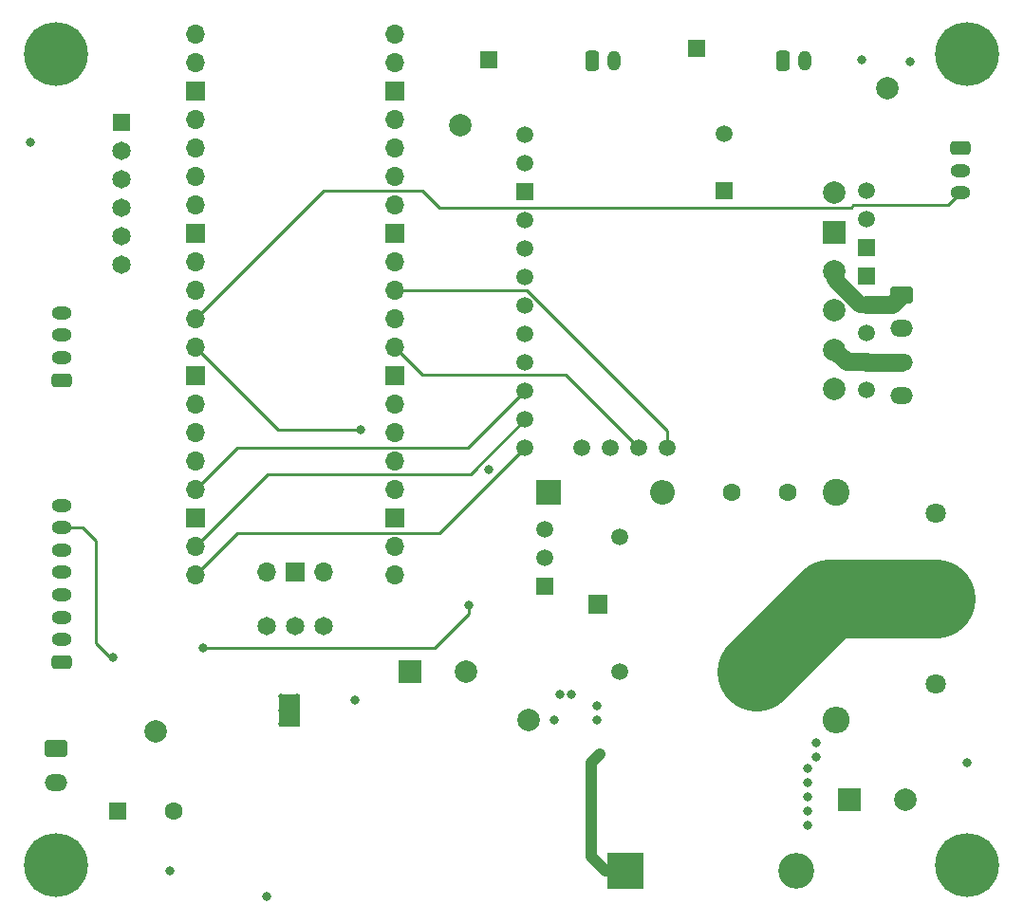
<source format=gbr>
%TF.GenerationSoftware,KiCad,Pcbnew,7.0.10*%
%TF.CreationDate,2024-03-29T16:51:17-04:00*%
%TF.ProjectId,WaveWise_PMIC,57617665-5769-4736-955f-504d49432e6b,rev?*%
%TF.SameCoordinates,Original*%
%TF.FileFunction,Copper,L4,Bot*%
%TF.FilePolarity,Positive*%
%FSLAX46Y46*%
G04 Gerber Fmt 4.6, Leading zero omitted, Abs format (unit mm)*
G04 Created by KiCad (PCBNEW 7.0.10) date 2024-03-29 16:51:17*
%MOMM*%
%LPD*%
G01*
G04 APERTURE LIST*
G04 Aperture macros list*
%AMRoundRect*
0 Rectangle with rounded corners*
0 $1 Rounding radius*
0 $2 $3 $4 $5 $6 $7 $8 $9 X,Y pos of 4 corners*
0 Add a 4 corners polygon primitive as box body*
4,1,4,$2,$3,$4,$5,$6,$7,$8,$9,$2,$3,0*
0 Add four circle primitives for the rounded corners*
1,1,$1+$1,$2,$3*
1,1,$1+$1,$4,$5*
1,1,$1+$1,$6,$7*
1,1,$1+$1,$8,$9*
0 Add four rect primitives between the rounded corners*
20,1,$1+$1,$2,$3,$4,$5,0*
20,1,$1+$1,$4,$5,$6,$7,0*
20,1,$1+$1,$6,$7,$8,$9,0*
20,1,$1+$1,$8,$9,$2,$3,0*%
G04 Aperture macros list end*
%TA.AperFunction,ComponentPad*%
%ADD10C,2.000000*%
%TD*%
%TA.AperFunction,ComponentPad*%
%ADD11RoundRect,0.250001X-0.759999X0.499999X-0.759999X-0.499999X0.759999X-0.499999X0.759999X0.499999X0*%
%TD*%
%TA.AperFunction,ComponentPad*%
%ADD12O,2.020000X1.500000*%
%TD*%
%TA.AperFunction,ComponentPad*%
%ADD13RoundRect,0.250000X0.650000X-0.350000X0.650000X0.350000X-0.650000X0.350000X-0.650000X-0.350000X0*%
%TD*%
%TA.AperFunction,ComponentPad*%
%ADD14O,1.800000X1.200000*%
%TD*%
%TA.AperFunction,ComponentPad*%
%ADD15RoundRect,0.250000X-0.350000X-0.650000X0.350000X-0.650000X0.350000X0.650000X-0.350000X0.650000X0*%
%TD*%
%TA.AperFunction,ComponentPad*%
%ADD16O,1.200000X1.800000*%
%TD*%
%TA.AperFunction,ComponentPad*%
%ADD17RoundRect,0.250000X-0.650000X0.350000X-0.650000X-0.350000X0.650000X-0.350000X0.650000X0.350000X0*%
%TD*%
%TA.AperFunction,ComponentPad*%
%ADD18R,1.650000X1.650000*%
%TD*%
%TA.AperFunction,ComponentPad*%
%ADD19C,1.650000*%
%TD*%
%TA.AperFunction,ComponentPad*%
%ADD20R,1.500000X1.500000*%
%TD*%
%TA.AperFunction,ComponentPad*%
%ADD21C,1.500000*%
%TD*%
%TA.AperFunction,ComponentPad*%
%ADD22C,5.700000*%
%TD*%
%TA.AperFunction,ComponentPad*%
%ADD23R,2.000000X2.000000*%
%TD*%
%TA.AperFunction,ComponentPad*%
%ADD24C,1.651000*%
%TD*%
%TA.AperFunction,ComponentPad*%
%ADD25O,2.400000X2.400000*%
%TD*%
%TA.AperFunction,ComponentPad*%
%ADD26C,2.400000*%
%TD*%
%TA.AperFunction,ComponentPad*%
%ADD27C,1.498600*%
%TD*%
%TA.AperFunction,ComponentPad*%
%ADD28C,1.803400*%
%TD*%
%TA.AperFunction,ComponentPad*%
%ADD29R,1.803400X1.803400*%
%TD*%
%TA.AperFunction,ComponentPad*%
%ADD30O,3.200000X3.200000*%
%TD*%
%TA.AperFunction,ComponentPad*%
%ADD31R,3.200000X3.200000*%
%TD*%
%TA.AperFunction,ComponentPad*%
%ADD32C,1.600000*%
%TD*%
%TA.AperFunction,ComponentPad*%
%ADD33R,2.200000X2.200000*%
%TD*%
%TA.AperFunction,ComponentPad*%
%ADD34O,2.200000X2.200000*%
%TD*%
%TA.AperFunction,ComponentPad*%
%ADD35C,0.500000*%
%TD*%
%TA.AperFunction,SMDPad,CuDef*%
%ADD36R,1.900000X2.900000*%
%TD*%
%TA.AperFunction,ComponentPad*%
%ADD37O,1.700000X1.700000*%
%TD*%
%TA.AperFunction,ComponentPad*%
%ADD38R,1.700000X1.700000*%
%TD*%
%TA.AperFunction,ComponentPad*%
%ADD39R,1.600000X1.600000*%
%TD*%
%TA.AperFunction,ViaPad*%
%ADD40C,0.800000*%
%TD*%
%TA.AperFunction,Conductor*%
%ADD41C,0.250000*%
%TD*%
%TA.AperFunction,Conductor*%
%ADD42C,1.000000*%
%TD*%
%TA.AperFunction,Conductor*%
%ADD43C,7.000000*%
%TD*%
%TA.AperFunction,Conductor*%
%ADD44C,1.450000*%
%TD*%
%TA.AperFunction,Conductor*%
%ADD45C,1.600000*%
%TD*%
G04 APERTURE END LIST*
D10*
%TO.P,3V1,1,1*%
%TO.N,+3.3V*%
X90678000Y-60960000D03*
%TD*%
D11*
%TO.P,J1,1,1*%
%TO.N,GND*%
X54610000Y-116586000D03*
D12*
%TO.P,J1,2,2*%
%TO.N,+24V*%
X54610000Y-119586000D03*
%TD*%
D13*
%TO.P,J6,1,1*%
%TO.N,GND*%
X55099750Y-83687500D03*
D14*
%TO.P,J6,2,2*%
%TO.N,/Connectors/rockblock_TX*%
X55099750Y-81687500D03*
%TO.P,J6,3,3*%
%TO.N,/Connectors/rockblock_RX*%
X55099750Y-79687500D03*
%TO.P,J6,4,4*%
%TO.N,+5V*%
X55099750Y-77687500D03*
%TD*%
D15*
%TO.P,J11,1,1*%
%TO.N,GND*%
X102378000Y-55214000D03*
D16*
%TO.P,J11,2,2*%
%TO.N,VBUS*%
X104378000Y-55214000D03*
%TD*%
D14*
%TO.P,J8,8,8*%
%TO.N,GND*%
X55099750Y-94870000D03*
%TO.P,J8,7,7*%
%TO.N,batt_sense*%
X55099750Y-96870000D03*
%TO.P,J8,6,6*%
%TO.N,panel_sense*%
X55099750Y-98870000D03*
%TO.P,J8,5,5*%
%TO.N,/Connectors/SICO_PUMP_CONTROL*%
X55099750Y-100870000D03*
%TO.P,J8,4,4*%
%TO.N,/Connectors/SICO_RX*%
X55099750Y-102870000D03*
%TO.P,J8,3,3*%
%TO.N,/Connectors/SICO_TX*%
X55099750Y-104870000D03*
%TO.P,J8,2,2*%
%TO.N,+5V*%
X55099750Y-106870000D03*
D13*
%TO.P,J8,1,1*%
%TO.N,+24V*%
X55099750Y-108870000D03*
%TD*%
D17*
%TO.P,J9,1,1*%
%TO.N,+5V*%
X135255000Y-62992000D03*
D14*
%TO.P,J9,2,2*%
%TO.N,GND*%
X135255000Y-64992000D03*
%TO.P,J9,3,3*%
%TO.N,/Connectors/PWM_Servo*%
X135255000Y-66992000D03*
%TD*%
D15*
%TO.P,J10,1,1*%
%TO.N,GND*%
X119396000Y-55214000D03*
D16*
%TO.P,J10,2,2*%
%TO.N,+BATT*%
X121396000Y-55214000D03*
%TD*%
D11*
%TO.P,J5,1,1*%
%TO.N,/AOUT1*%
X130048000Y-76090000D03*
D12*
%TO.P,J5,2,2*%
%TO.N,/AOUT2*%
X130048000Y-79090000D03*
%TO.P,J5,3,3*%
%TO.N,/BOUT1*%
X130048000Y-82090000D03*
%TO.P,J5,4,4*%
%TO.N,/BOUT2*%
X130048000Y-85090000D03*
%TD*%
D18*
%TO.P,J2,1,Pin_1*%
%TO.N,/Connectors/GPIO1*%
X60452000Y-60706000D03*
D19*
%TO.P,J2,2,Pin_2*%
%TO.N,/Connectors/GPIO2*%
X60452000Y-63246000D03*
%TO.P,J2,3,Pin_3*%
%TO.N,/Connectors/GPIO3*%
X60452000Y-65786000D03*
%TO.P,J2,4,Pin_4*%
%TO.N,/Connectors/GPIO4*%
X60452000Y-68326000D03*
%TO.P,J2,5,Pin_5*%
%TO.N,GND*%
X60452000Y-70866000D03*
%TO.P,J2,6,Pin_6*%
%TO.N,+5V*%
X60452000Y-73406000D03*
%TD*%
D20*
%TO.P,Q2,1,E*%
%TO.N,GND*%
X98150000Y-102108000D03*
D21*
%TO.P,Q2,2,B*%
%TO.N,Net-(Q2-B)*%
X98150000Y-99568000D03*
%TO.P,Q2,3,C*%
%TO.N,Net-(D2-A)*%
X98150000Y-97028000D03*
%TD*%
D20*
%TO.P,BatteryV1,1,1*%
%TO.N,/Connectors/Batt V Sense*%
X111760000Y-54102000D03*
%TD*%
D22*
%TO.P,HE1,1,1*%
%TO.N,Net-(HE1-Pad1)*%
X54610000Y-127000000D03*
%TD*%
D23*
%TO.P,C6,1*%
%TO.N,+5V*%
X86186000Y-109728000D03*
D10*
%TO.P,C6,2*%
%TO.N,GND*%
X91186000Y-109728000D03*
%TD*%
D24*
%TO.P,J3,1,Pin_1*%
%TO.N,/Connectors/SWCLK*%
X73406000Y-105664000D03*
%TO.P,J3,2,Pin_2*%
%TO.N,GND*%
X75946000Y-105664000D03*
%TO.P,J3,3,Pin_3*%
%TO.N,/Connectors/SWDIO*%
X78486000Y-105664000D03*
%TD*%
D25*
%TO.P,R7,2*%
%TO.N,+48V*%
X124206000Y-114046000D03*
D26*
%TO.P,R7,1*%
%TO.N,Net-(C2-Pad1)*%
X124206000Y-93726000D03*
%TD*%
D27*
%TO.P,K1,5,5*%
%TO.N,+5V*%
X104902000Y-97728002D03*
D28*
%TO.P,K1,3,3*%
%TO.N,/Inverter_Input*%
X117101198Y-109728000D03*
D27*
%TO.P,K1,2,2*%
%TO.N,Net-(D2-A)*%
X104902000Y-109728000D03*
D29*
%TO.P,K1,1,1*%
%TO.N,+48V*%
X102901999Y-103728001D03*
%TD*%
D10*
%TO.P,24V_1,1,1*%
%TO.N,+24V*%
X63500000Y-115062000D03*
%TD*%
D28*
%TO.P,J13,3,Pin_3*%
%TO.N,+48V*%
X133050000Y-110832900D03*
%TO.P,J13,2,Pin_2*%
%TO.N,/Inverter_Input*%
X133050000Y-103212900D03*
%TO.P,J13,1,Pin_1*%
%TO.N,GND*%
X133050000Y-95592900D03*
%TD*%
D30*
%TO.P,D1,2,A*%
%TO.N,GND*%
X120650000Y-127508000D03*
D31*
%TO.P,D1,1,K*%
%TO.N,Net-(D1-K)*%
X105410000Y-127508000D03*
%TD*%
D22*
%TO.P,H4,1,1*%
%TO.N,Net-(H4-Pad1)*%
X135890000Y-127000000D03*
%TD*%
D32*
%TO.P,C2,1*%
%TO.N,Net-(C2-Pad1)*%
X119848000Y-93726000D03*
%TO.P,C2,2*%
%TO.N,/Inverter_Input*%
X114848000Y-93726000D03*
%TD*%
D22*
%TO.P,H1,1,1*%
%TO.N,Net-(H1-Pad1)*%
X54610000Y-54610000D03*
%TD*%
D20*
%TO.P,PanelV1,1,1*%
%TO.N,/Connectors/Panel V Sense*%
X93218000Y-55118000D03*
%TD*%
D10*
%TO.P,GND1,1,1*%
%TO.N,GND*%
X96774000Y-114046000D03*
%TD*%
D33*
%TO.P,D2,1,K*%
%TO.N,+5V*%
X98552000Y-93726000D03*
D34*
%TO.P,D2,2,A*%
%TO.N,Net-(D2-A)*%
X108712000Y-93726000D03*
%TD*%
D10*
%TO.P,U2,1,Vin*%
%TO.N,+48V*%
X123988500Y-66978200D03*
D21*
X126884100Y-66825800D03*
X126884100Y-69365800D03*
D10*
%TO.P,U2,2,AOUT1*%
%TO.N,/AOUT1*%
X123988500Y-73978200D03*
D21*
X126884100Y-76985800D03*
D10*
%TO.P,U2,3,AOUT2*%
%TO.N,/AOUT2*%
X123988500Y-77478200D03*
D21*
X126884100Y-79525800D03*
D10*
%TO.P,U2,4,BOUT1*%
%TO.N,/BOUT1*%
X123988500Y-80978200D03*
D21*
X126884100Y-82065800D03*
D10*
%TO.P,U2,5,BOUT2*%
%TO.N,/BOUT2*%
X123988500Y-84478200D03*
D21*
X126884100Y-84605800D03*
%TO.P,U2,6,BEMF*%
%TO.N,/PICO (BICO)/MOTOR_BEMF*%
X109129500Y-89762000D03*
%TO.P,U2,7,~STALL*%
%TO.N,/PICO (BICO)/MOTOR_STALL*%
X106589500Y-89762000D03*
%TO.P,U2,8,BIN2*%
%TO.N,unconnected-(U2-BIN2-Pad8)*%
X104049500Y-89762000D03*
%TO.P,U2,9,BIN1*%
%TO.N,unconnected-(U2-BIN1-Pad9)*%
X101509500Y-89762000D03*
%TO.P,U2,10,~FLT*%
%TO.N,/PICO (BICO)/MOTOR_FLT*%
X96429500Y-89762000D03*
%TO.P,U2,11,RST*%
%TO.N,/PICO (BICO)/MOTOR_RESET*%
X96429500Y-87222000D03*
%TO.P,U2,12,~SLP*%
%TO.N,/PICO (BICO)/MOTOR_SLP*%
X96429500Y-84682000D03*
%TO.P,U2,13,SCS*%
%TO.N,/PICO (BICO)/MOTOR_SPI0_CSn*%
X96429500Y-82142000D03*
%TO.P,U2,14,SCLK*%
%TO.N,/PICO (BICO)/MOTOR_SPI0_SCK*%
X96429500Y-79602000D03*
%TO.P,U2,15,SDATI*%
%TO.N,/PICO (BICO)/MOTOR_SPI0_TX*%
X96429500Y-77062000D03*
%TO.P,U2,16,SDATO*%
%TO.N,/PICO (BICO)/MOTOR_SPI0_RX*%
X96429500Y-74522000D03*
%TO.P,U2,17,DIR*%
%TO.N,/PICO (BICO)/MOTOR_DIR{slash}AIN2*%
X96429500Y-71982000D03*
%TO.P,U2,18,STEP*%
%TO.N,/PICO (BICO)/MOTOR_STEP{slash}AIN1*%
X96429500Y-69442000D03*
%TO.P,U2,19,ICREF*%
%TO.N,/Pneumatic Control/ICREF*%
X96429500Y-64362000D03*
%TO.P,U2,20,V5(OUT)*%
%TO.N,unconnected-(U2-V5(OUT)-Pad20)*%
X96429500Y-61822000D03*
%TO.P,U2,21,VM*%
%TO.N,unconnected-(U2-VM-Pad21)*%
X114184100Y-61745800D03*
D20*
%TO.P,U2,22,GND*%
%TO.N,GND*%
X96429500Y-66902000D03*
X114184100Y-66825800D03*
D23*
X123988500Y-70478200D03*
D20*
X126884100Y-71905800D03*
X126884100Y-74445800D03*
%TD*%
D22*
%TO.P,H2,1,1*%
%TO.N,Net-(H2-Pad1)*%
X135890000Y-54610000D03*
%TD*%
D35*
%TO.P,IC1,9,EP*%
%TO.N,GND*%
X76076000Y-114357000D03*
X76076000Y-113157000D03*
X76076000Y-111957000D03*
D36*
X75376000Y-113157000D03*
D35*
X74676000Y-114357000D03*
X74676000Y-113157000D03*
X74676000Y-111957000D03*
%TD*%
D10*
%TO.P,C1,2*%
%TO.N,GND*%
X130394323Y-121158000D03*
D23*
%TO.P,C1,1*%
%TO.N,+48V*%
X125394323Y-121158000D03*
%TD*%
D10*
%TO.P,5V1,1,1*%
%TO.N,+5V*%
X128778000Y-57658000D03*
%TD*%
D37*
%TO.P,U1,43,SWDIO*%
%TO.N,/Connectors/SWDIO*%
X78486000Y-100862000D03*
D38*
%TO.P,U1,42,GND*%
%TO.N,GND*%
X75946000Y-100862000D03*
D37*
%TO.P,U1,41,SWCLK*%
%TO.N,/Connectors/SWCLK*%
X73406000Y-100862000D03*
%TO.P,U1,40,VBUS*%
%TO.N,unconnected-(U1-VBUS-Pad40)*%
X84836000Y-52832000D03*
%TO.P,U1,39,VSYS*%
%TO.N,+5V*%
X84836000Y-55372000D03*
D38*
%TO.P,U1,38,GND*%
%TO.N,GND*%
X84836000Y-57912000D03*
D37*
%TO.P,U1,37,3V3_EN*%
%TO.N,unconnected-(U1-3V3_EN-Pad37)*%
X84836000Y-60452000D03*
%TO.P,U1,36,3V3*%
%TO.N,+3.3V*%
X84836000Y-62992000D03*
%TO.P,U1,35,ADC_VREF*%
%TO.N,unconnected-(U1-ADC_VREF-Pad35)*%
X84836000Y-65532000D03*
%TO.P,U1,34,GPIO28_ADC2*%
%TO.N,/Connectors/Panel V Sense*%
X84836000Y-68072000D03*
D38*
%TO.P,U1,33,AGND*%
%TO.N,GND*%
X84836000Y-70612000D03*
D37*
%TO.P,U1,32,GPIO27_ADC1*%
%TO.N,/Connectors/Batt V Sense*%
X84836000Y-73152000D03*
%TO.P,U1,31,GPIO26_ADC0*%
%TO.N,/PICO (BICO)/MOTOR_BEMF*%
X84836000Y-75692000D03*
%TO.P,U1,30,RUN*%
%TO.N,unconnected-(U1-RUN-Pad30)*%
X84836000Y-78232000D03*
%TO.P,U1,29,GPIO22*%
%TO.N,/PICO (BICO)/MOTOR_STALL*%
X84836000Y-80772000D03*
D38*
%TO.P,U1,28,GND*%
%TO.N,GND*%
X84836000Y-83312000D03*
D37*
%TO.P,U1,27,GPIO21*%
%TO.N,/PICO (BICO)/MOTOR_STEP{slash}AIN1*%
X84836000Y-85852000D03*
%TO.P,U1,26,GPIO20*%
%TO.N,/PICO (BICO)/MOTOR_DIR{slash}AIN2*%
X84836000Y-88392000D03*
%TO.P,U1,25,GPIO19*%
%TO.N,/PICO (BICO)/MOTOR_SPI0_TX*%
X84836000Y-90932000D03*
%TO.P,U1,24,GPIO18*%
%TO.N,/PICO (BICO)/MOTOR_SPI0_SCK*%
X84836000Y-93472000D03*
D38*
%TO.P,U1,23,GND*%
%TO.N,GND*%
X84836000Y-96012000D03*
D37*
%TO.P,U1,22,GPIO17*%
%TO.N,/PICO (BICO)/MOTOR_SPI0_CSn*%
X84836000Y-98552000D03*
%TO.P,U1,21,GPIO16*%
%TO.N,/PICO (BICO)/MOTOR_SPI0_RX*%
X84836000Y-101092000D03*
%TO.P,U1,20,GPIO15*%
%TO.N,/PICO (BICO)/MOTOR_FLT*%
X67056000Y-101092000D03*
%TO.P,U1,19,GPIO14*%
%TO.N,/PICO (BICO)/MOTOR_RESET*%
X67056000Y-98552000D03*
D38*
%TO.P,U1,18,GND*%
%TO.N,GND*%
X67056000Y-96012000D03*
D37*
%TO.P,U1,17,GPIO13*%
%TO.N,/PICO (BICO)/MOTOR_SLP*%
X67056000Y-93472000D03*
%TO.P,U1,16,GPIO12*%
%TO.N,/Connectors/PANEL_SENSE_DIO*%
X67056000Y-90932000D03*
%TO.P,U1,15,GPIO11*%
%TO.N,/Connectors/BATT_SENSE_DIO*%
X67056000Y-88392000D03*
%TO.P,U1,14,GPIO10*%
%TO.N,unconnected-(U1-GPIO10-Pad14)*%
X67056000Y-85852000D03*
D38*
%TO.P,U1,13,GND*%
%TO.N,GND*%
X67056000Y-83312000D03*
D37*
%TO.P,U1,12,GPIO9*%
%TO.N,/PICO (BICO)/BICO_PUMP_CTRL*%
X67056000Y-80772000D03*
%TO.P,U1,11,GPIO8*%
%TO.N,/Connectors/PWM_Servo*%
X67056000Y-78232000D03*
%TO.P,U1,10,GPIO7*%
%TO.N,unconnected-(U1-GPIO7-Pad10)*%
X67056000Y-75692000D03*
%TO.P,U1,9,GPIO6*%
%TO.N,unconnected-(U1-GPIO6-Pad9)*%
X67056000Y-73152000D03*
D38*
%TO.P,U1,8,GND*%
%TO.N,GND*%
X67056000Y-70612000D03*
D37*
%TO.P,U1,7,GPIO5*%
%TO.N,/Connectors/GPIO4*%
X67056000Y-68072000D03*
%TO.P,U1,6,GPIO4*%
%TO.N,/Connectors/GPIO3*%
X67056000Y-65532000D03*
%TO.P,U1,5,GPIO3*%
%TO.N,/Connectors/GPIO2*%
X67056000Y-62992000D03*
%TO.P,U1,4,GPIO2*%
%TO.N,/Connectors/GPIO1*%
X67056000Y-60452000D03*
D38*
%TO.P,U1,3,GND*%
%TO.N,GND*%
X67056000Y-57912000D03*
D37*
%TO.P,U1,2,GPIO1*%
%TO.N,/Connectors/BICO_UART_RX*%
X67056000Y-55372000D03*
%TO.P,U1,1,GPIO0*%
%TO.N,/Connectors/BICO_UART_TX*%
X67056000Y-52832000D03*
%TD*%
D39*
%TO.P,C9,1*%
%TO.N,+24V*%
X60081349Y-122174000D03*
D32*
%TO.P,C9,2*%
%TO.N,GND*%
X65081349Y-122174000D03*
%TD*%
D40*
%TO.N,+48V*%
X99568000Y-111760000D03*
X100584000Y-111760000D03*
X102870000Y-112776000D03*
X102870000Y-114046000D03*
%TO.N,batt_sense*%
X59690000Y-108458000D03*
%TO.N,/PUMP_CONTROL*%
X91440000Y-103759000D03*
X67691000Y-107569000D03*
%TO.N,+48V*%
X81280000Y-112268000D03*
%TO.N,GND*%
X126492000Y-55118000D03*
X99060000Y-114046000D03*
X121666000Y-122174000D03*
X93218000Y-91694000D03*
X121666000Y-123444000D03*
X121666000Y-118364000D03*
X52324000Y-62484000D03*
X64770000Y-127508000D03*
X122428000Y-117348000D03*
X121666000Y-120904000D03*
X122428000Y-116078000D03*
X135890000Y-117856000D03*
X121666000Y-119634000D03*
%TO.N,+24V*%
X73406000Y-129794000D03*
%TO.N,Net-(D1-K)*%
X103124000Y-117094000D03*
%TO.N,+5V*%
X130810000Y-55245000D03*
%TO.N,/PICO (BICO)/BICO_PUMP_CTRL*%
X81788000Y-88138000D03*
%TD*%
D41*
%TO.N,batt_sense*%
X58166000Y-98044000D02*
X56992000Y-96870000D01*
X58166000Y-107188000D02*
X58166000Y-98044000D01*
X56992000Y-96870000D02*
X55099750Y-96870000D01*
X59436000Y-108458000D02*
X58166000Y-107188000D01*
X59690000Y-108458000D02*
X59436000Y-108458000D01*
%TO.N,/Connectors/PWM_Servo*%
X87249000Y-66802000D02*
X78486000Y-66802000D01*
X78486000Y-66802000D02*
X67056000Y-78232000D01*
X88750200Y-68303200D02*
X87249000Y-66802000D01*
X125498800Y-68303200D02*
X88750200Y-68303200D01*
X134175000Y-68072000D02*
X125730000Y-68072000D01*
X125730000Y-68072000D02*
X125498800Y-68303200D01*
X135255000Y-66992000D02*
X134175000Y-68072000D01*
D42*
%TO.N,Net-(D1-K)*%
X102362000Y-126238000D02*
X103632000Y-127508000D01*
X102362000Y-117856000D02*
X102362000Y-126238000D01*
X103124000Y-117094000D02*
X102362000Y-117856000D01*
X103632000Y-127508000D02*
X105410000Y-127508000D01*
D41*
%TO.N,/PICO (BICO)/BICO_PUMP_CTRL*%
X74422000Y-88138000D02*
X81788000Y-88138000D01*
X67056000Y-80772000D02*
X74422000Y-88138000D01*
%TO.N,/PUMP_CONTROL*%
X91440000Y-104521000D02*
X88392000Y-107569000D01*
X91440000Y-103759000D02*
X91440000Y-104521000D01*
X88392000Y-107569000D02*
X67691000Y-107569000D01*
%TO.N,/Connectors/GPIO4*%
X67056000Y-68262000D02*
X67056000Y-68072000D01*
D43*
%TO.N,/Inverter_Input*%
X123616298Y-103212900D02*
X117101198Y-109728000D01*
X133050000Y-103212900D02*
X123616298Y-103212900D01*
D44*
%TO.N,/AOUT1*%
X123988500Y-74649772D02*
X126324528Y-76985800D01*
D41*
%TO.N,/BOUT1*%
X126908300Y-82090000D02*
X126884100Y-82065800D01*
D45*
X130048000Y-82090000D02*
X126908300Y-82090000D01*
X125076100Y-82065800D02*
X126884100Y-82065800D01*
X123988500Y-80978200D02*
X125076100Y-82065800D01*
D41*
X126653900Y-82296000D02*
X126884100Y-82065800D01*
D45*
%TO.N,/AOUT1*%
X129152200Y-76985800D02*
X130048000Y-76090000D01*
X126884100Y-76985800D02*
X129152200Y-76985800D01*
D44*
X123988500Y-74090200D02*
X123988500Y-74649772D01*
X126324528Y-76985800D02*
X126884100Y-76985800D01*
X123988500Y-73978200D02*
X123988500Y-74090200D01*
D41*
%TO.N,/PICO (BICO)/MOTOR_RESET*%
X73501000Y-92107000D02*
X91544500Y-92107000D01*
X91544500Y-92107000D02*
X96429500Y-87222000D01*
X67056000Y-98552000D02*
X73501000Y-92107000D01*
%TO.N,/PICO (BICO)/MOTOR_SLP*%
X96429500Y-84682000D02*
X91354500Y-89757000D01*
X91354500Y-89757000D02*
X70771000Y-89757000D01*
X70771000Y-89757000D02*
X67056000Y-93472000D01*
%TO.N,/PICO (BICO)/MOTOR_FLT*%
X88814500Y-97377000D02*
X70771000Y-97377000D01*
X96429500Y-89762000D02*
X88814500Y-97377000D01*
X70771000Y-97377000D02*
X67056000Y-101092000D01*
%TO.N,/PICO (BICO)/MOTOR_STALL*%
X100044500Y-83217000D02*
X87281000Y-83217000D01*
X106589500Y-89762000D02*
X100044500Y-83217000D01*
X87281000Y-83217000D02*
X84836000Y-80772000D01*
%TO.N,/PICO (BICO)/MOTOR_BEMF*%
X96579780Y-75692000D02*
X84836000Y-75692000D01*
X109129500Y-89762000D02*
X109129500Y-88241720D01*
X109129500Y-88241720D02*
X96579780Y-75692000D01*
%TD*%
M02*

</source>
